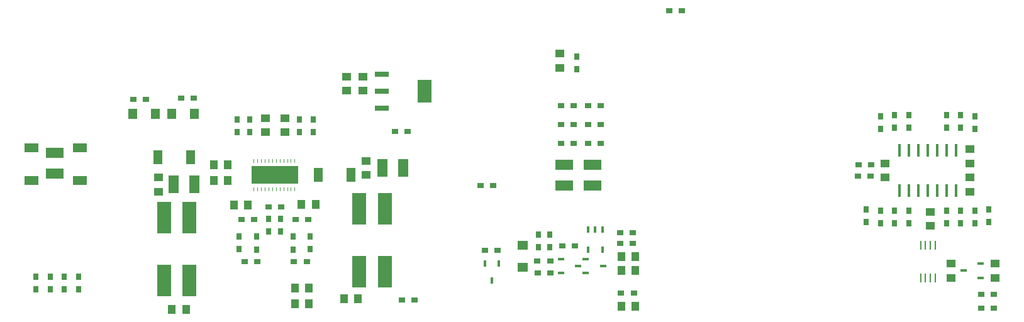
<source format=gbr>
G04 DipTrace 2.4.0.2*
%INTopPaste.gbr*%
%MOIN*%
%ADD67R,0.0156X0.0353*%
%ADD69R,0.0077X0.0471*%
%ADD71R,0.0156X0.0707*%
%ADD73R,0.0766X0.12*%
%ADD75R,0.0766X0.0294*%
%ADD77R,0.2451X0.0959*%
%ADD79R,0.0018X0.0196*%
%ADD82R,0.0766X0.1692*%
%ADD84R,0.055X0.0983*%
%ADD88R,0.0333X0.0176*%
%ADD90R,0.0176X0.0333*%
%ADD103R,0.0747X0.0471*%
%ADD105R,0.055X0.0471*%
%ADD107R,0.0471X0.055*%
%ADD109R,0.0471X0.0747*%
%ADD111R,0.0983X0.055*%
%ADD113R,0.0353X0.0314*%
%ADD115R,0.0314X0.0353*%
%ADD117R,0.0511X0.0432*%
%ADD119R,0.0432X0.0511*%
%FSLAX44Y44*%
G04*
G70*
G90*
G75*
G01*
%LNTopPaste*%
%LPD*%
D119*
X11417Y11024D3*
X12165D3*
X11417Y11850D3*
X12165D3*
D117*
X8500Y11187D3*
Y10439D3*
D119*
X9188Y4188D3*
X9936D3*
X13228Y9724D3*
X12480D3*
D115*
X12751Y8063D3*
Y7394D3*
D113*
X13711Y6729D3*
X13042D3*
D117*
X14134Y13583D3*
Y14331D3*
D115*
X16502Y8063D3*
Y7394D3*
D117*
X15197Y13583D3*
Y14331D3*
D113*
X15667Y6729D3*
X16336D3*
D119*
X16063Y9764D3*
X16811D3*
X19065Y4750D3*
X18316D3*
D117*
X18440Y15778D3*
Y16526D3*
X19316Y15779D3*
Y16528D3*
X19500Y12062D3*
Y11314D3*
D119*
X16457Y5315D3*
X15709D3*
X16457Y4488D3*
X15709D3*
D115*
X46750Y8750D3*
Y9419D3*
D117*
X52812Y5875D3*
Y6623D3*
D115*
X47500Y14500D3*
Y13831D3*
X51750Y8750D3*
Y9419D3*
X51000Y14500D3*
Y13831D3*
D117*
X49375Y8625D3*
Y9373D3*
X50500Y5875D3*
Y6623D3*
X51500Y12687D3*
Y11939D3*
Y11187D3*
Y10439D3*
X47000Y11187D3*
Y11936D3*
X29750Y17000D3*
Y17748D3*
D111*
X31500Y10750D3*
Y11852D3*
X30000Y10750D3*
Y11852D3*
D119*
X33003Y7001D3*
X33751D3*
X33003Y6251D3*
X33751D3*
D113*
X29878Y7563D3*
X30547D3*
D111*
X3000Y12500D3*
Y11398D3*
D119*
X33002Y4375D3*
X33750D3*
D109*
X10187Y12250D3*
X8455D3*
D107*
X7126Y14564D3*
X8307D3*
X9188D3*
X10370D3*
D109*
X16939Y11314D3*
X18672D3*
D105*
X27787Y7591D3*
Y6410D3*
D103*
X1750Y12750D3*
Y11018D3*
X4312Y12750D3*
Y11018D3*
D113*
X22062Y4687D3*
X21393D3*
X21687Y13625D3*
X21018D3*
X52750Y4250D3*
X52081D3*
X25562Y10750D3*
X26232D3*
D90*
X26517Y6642D3*
X25769D3*
X26143Y5736D3*
D88*
X31128Y6876D3*
Y6128D3*
X32034Y6502D3*
X29816Y6876D3*
Y6128D3*
X30721Y6502D3*
D113*
X35544Y20024D3*
X36213D3*
D84*
X10375Y10812D3*
X9273D3*
D113*
X7813Y15314D3*
X7144D3*
X9689Y15377D3*
X10358D3*
X12874Y8976D3*
X13543D3*
D115*
X12634Y14270D3*
Y13601D3*
X13322Y13583D3*
Y14252D3*
X13689Y7376D3*
Y8045D3*
X14314Y8313D3*
Y8983D3*
D113*
Y9626D3*
X14983D3*
D115*
X14939Y8313D3*
Y8983D3*
X15627Y7376D3*
Y8045D3*
X15947Y13583D3*
Y14252D3*
D113*
X16417Y8976D3*
X15748D3*
D115*
X16697Y14270D3*
Y13601D3*
D84*
X21437Y11688D3*
X20335D3*
D113*
X52081Y5000D3*
X52750D3*
D115*
X47500Y8750D3*
Y9419D3*
X46000Y9500D3*
Y8831D3*
X46750Y13750D3*
Y14419D3*
X48250Y8750D3*
Y9419D3*
Y14500D3*
Y13831D3*
X51000Y8750D3*
Y9419D3*
X52500Y9498D3*
Y8829D3*
X51750Y13750D3*
Y14419D3*
X50250Y8750D3*
Y9419D3*
Y14500D3*
Y13831D3*
D113*
X46250Y11875D3*
X45581D3*
X45562Y11250D3*
X46232D3*
D115*
X30665Y17585D3*
Y16915D3*
D113*
X30500Y13000D3*
X29831D3*
X30500Y14000D3*
X29831D3*
X30500Y15000D3*
X29831D3*
X31250Y13000D3*
X31919D3*
X31250Y14000D3*
X31919D3*
X31250Y15000D3*
X31919D3*
X32941Y8251D3*
X33610D3*
X33629Y7688D3*
X32959D3*
X26440Y7313D3*
X25771D3*
D115*
X29213Y7479D3*
Y8148D3*
X28606D3*
Y7479D3*
D113*
X28565Y6751D3*
X29235D3*
X29253Y6126D3*
X28584D3*
D115*
X2000Y5250D3*
Y5919D3*
X4250Y5250D3*
Y5919D3*
D113*
X33000Y5062D3*
X33669D3*
D115*
X2750Y5250D3*
Y5919D3*
X3500Y5250D3*
Y5919D3*
D82*
X10126Y9063D3*
X8776D3*
Y5717D3*
X10126D3*
X19127Y6188D3*
X20477D3*
Y9535D3*
X19127D3*
D79*
X13564Y10564D3*
X13761D3*
X13958D3*
X14154D3*
X14351D3*
X14548D3*
X14745D3*
X14942D3*
X15139D3*
X15336D3*
X15532D3*
X15729D3*
Y12060D3*
X15532D3*
X15336D3*
X15139D3*
X14942D3*
X14745D3*
X14548D3*
X14351D3*
X14154D3*
X13958D3*
X13761D3*
X13564D3*
D77*
X14647Y11312D3*
D75*
X20315Y16654D3*
Y15748D3*
Y14843D3*
D73*
X22598Y15748D3*
D88*
X52062Y5875D3*
Y6623D3*
X51157Y6249D3*
D71*
X47750Y10500D3*
X48250D3*
X48750D3*
X49250D3*
X49750D3*
X50250D3*
X50750D3*
Y12626D3*
X50250D3*
X49750D3*
X49250D3*
X48750D3*
X48250D3*
X47750D3*
D69*
X48875Y5875D3*
X49131D3*
X49387D3*
X49643D3*
Y7607D3*
X49387D3*
X49131D3*
X48875D3*
D67*
X32003Y8438D3*
X31629D3*
X31255D3*
Y7375D3*
X32003D3*
M02*

</source>
